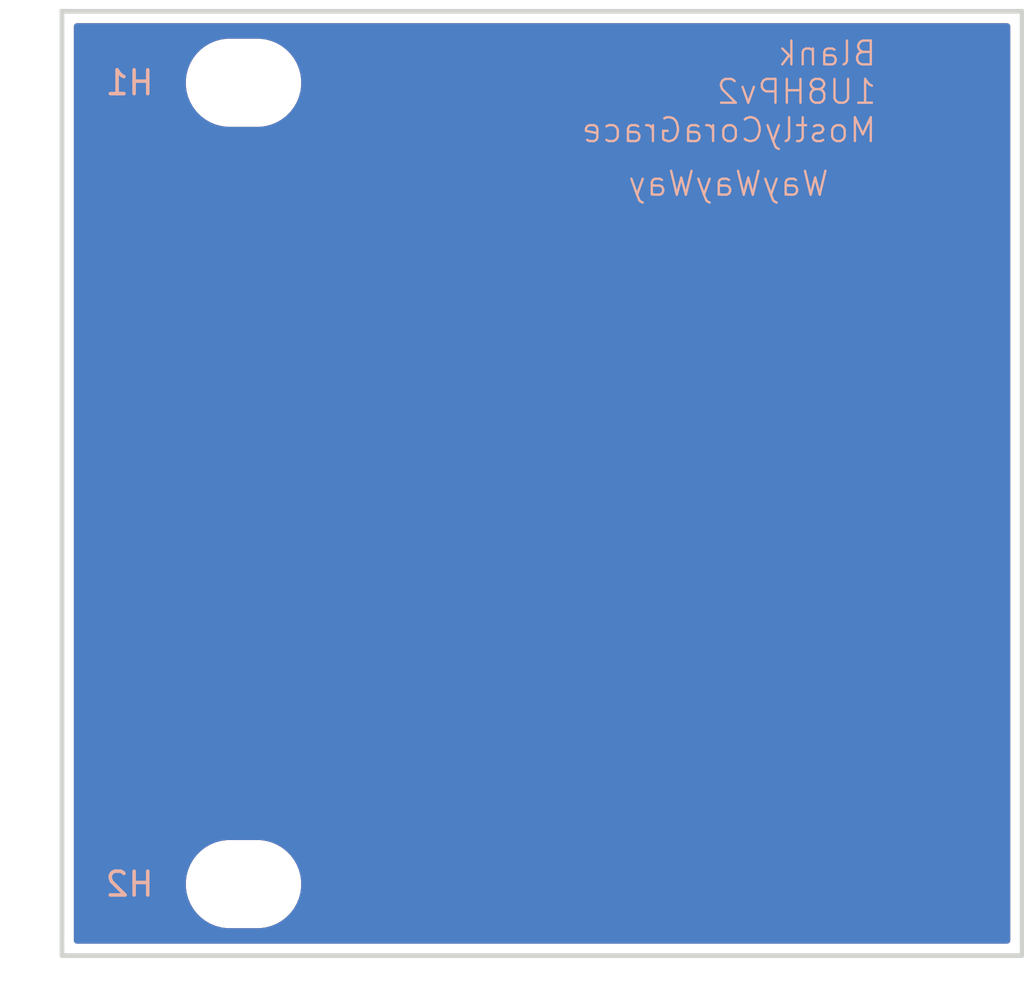
<source format=kicad_pcb>
(kicad_pcb (version 20241229) (generator "pcbnew") (generator_version "9.0")
  (layers (0 "F.Cu" signal) (2 "B.Cu" signal) (13 "F.Paste" user) (15 "B.Paste" user) (5 "F.SilkS" user "F.Silkscreen") (7 "B.SilkS" user "B.Silkscreen") (1 "F.Mask" user) (3 "B.Mask" user) (25 "Edge.Cuts" user))
  (net 0 "")
  (footprint "EXC:MountingHole_3.2mm_M3" (layer "F.Cu") (at 7.62 5.425)
    (property "Reference" "H1" (at -3.683 0 0) (layer "B.SilkS") (effects (justify left mirror)))
    (property "Value" "Eurorack_M3_MountingHole")
    (pad "" np_thru_hole oval (at 0 0) (size 4.34 3.2) (drill oval 4.34 3.2) (layers "*.Cu" "*.Mask"))
  )
  (footprint "EXC:MountingHole_3.2mm_M3" (layer "F.Cu") (at 7.62 39.075)
    (property "Reference" "H2" (at -3.683 0 0) (layer "B.SilkS") (effects (justify left mirror)))
    (property "Value" "Eurorack_M3_MountingHole")
    (pad "" np_thru_hole oval (at 0 0) (size 4.34 3.2) (drill oval 4.34 3.2) (layers "*.Cu" "*.Mask"))
  )
  (gr_rect (start 0 2.425) (end 40.3 42.075) (stroke (width 0.2)) (fill no) (layer "Edge.Cuts"))
  (gr_text "Blank\n1U8HPv2\nMostlyCoraGrace" (at 34.25 8 0) (layer "B.SilkS") (effects (font (size 1 1) (thickness 0.1)) (justify left bottom mirror)))
  (gr_text "WayWayWay" (at 32.25 10.25 0) (layer "B.SilkS") (effects (font (size 1 1) (thickness 0.1)) (justify left bottom mirror)))
  (zone (net 0) (net_name "") (layers "F.Cu" "B.Cu") (connect_pads (clearance 0.5)) (min_thickness 0.25) (fill yes (thermal_gap 0.5) (thermal_bridge_width 0.5) (island_removal_mode 1) (island_area_min 10))
    (polygon (pts (xy 0 2.5) (xy 40.25 2.5) (xy 40.25 42) (xy 0 42)))
  )
)
</source>
